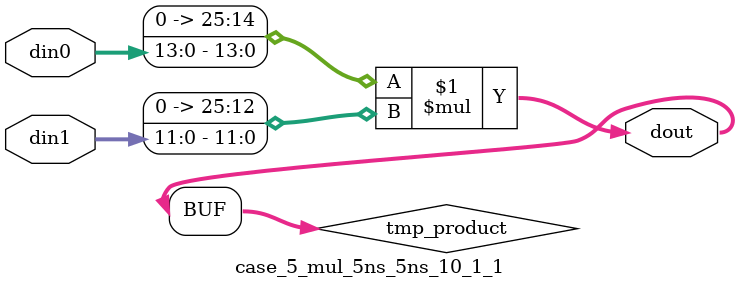
<source format=v>

`timescale 1 ns / 1 ps

 (* use_dsp = "no" *)  module case_5_mul_5ns_5ns_10_1_1(din0, din1, dout);
parameter ID = 1;
parameter NUM_STAGE = 0;
parameter din0_WIDTH = 14;
parameter din1_WIDTH = 12;
parameter dout_WIDTH = 26;

input [din0_WIDTH - 1 : 0] din0; 
input [din1_WIDTH - 1 : 0] din1; 
output [dout_WIDTH - 1 : 0] dout;

wire signed [dout_WIDTH - 1 : 0] tmp_product;
























assign tmp_product = $signed({1'b0, din0}) * $signed({1'b0, din1});











assign dout = tmp_product;





















endmodule

</source>
